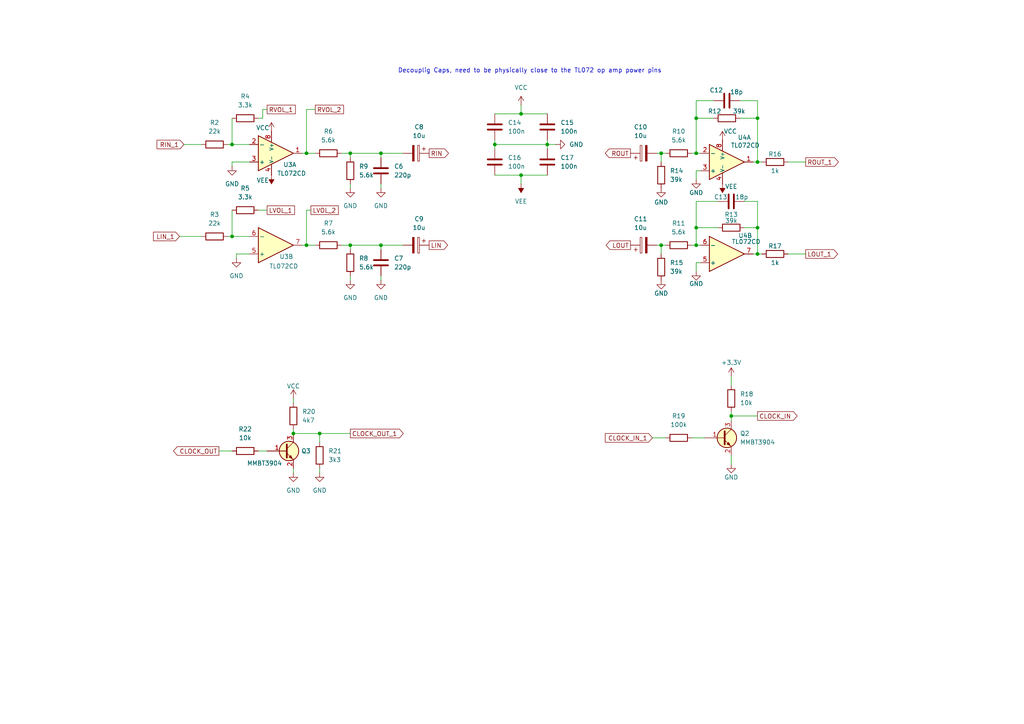
<source format=kicad_sch>
(kicad_sch (version 20231120) (generator "eeschema") (generator_version "8.0")
  (paper "A4")
  (title_block (title "Parrot - Analogue I/O") (company "Audio Morphology"))
  (lib_symbols
    (symbol "Amplifier_Operational_AKL:TL072CD" (pin_names (offset 0.2))
      (property "Reference" "U" (at 1.27 7.62 0))
      (property "Value" "TL072CD" (at 1.27 5.08 0))
      (symbol "TL072CD_0_1"
        (polyline (pts (xy -3.81 5.08) (xy -3.81 -5.08) (xy 6.35 0) (xy -3.81 5.08)) (stroke (width 0.254)) (fill (type background)))
      )
      (symbol "TL072CD_1_1"
        (pin output line (at 8.89 0 180) (length 2.54) (name "~") (number "1"))
        (pin input line (at -6.35 2.54 0) (length 2.54) (name "-") (number "2"))
        (pin input line (at -6.35 -2.54 0) (length 2.54) (name "+") (number "3"))
        (pin power_in line (at 0 -6.35 90) (length 3.18) (name "V-") (number "4"))
        (pin power_in line (at 0 6.35 270) (length 3.18) (name "V+") (number "8"))
      )
      (symbol "TL072CD_2_1"
        (pin input line (at -6.35 -2.54 0) (length 2.54) (name "+") (number "5"))
        (pin input line (at -6.35 2.54 0) (length 2.54) (name "-") (number "6"))
        (pin output line (at 8.89 0 180) (length 2.54) (name "~") (number "7"))
      )
    )
    (symbol "Capacitor_AKL:CP_SMD_D6.3mm_H5.8mm" (pin_numbers hide) (pin_names (offset 0.254))
      (property "Reference" "C" (at 0.635 2.54 0))
      (property "Value" "CP_SMD_D6.3mm_H5.8mm" (at 0.635 -2.54 0))
      (symbol "CP_SMD_D6.3mm_H5.8mm_0_1"
        (rectangle (start -2.286 0.508) (end 2.286 1.016))
        (polyline (pts (xy -1.778 2.286) (xy -0.762 2.286)))
        (polyline (pts (xy -1.27 2.794) (xy -1.27 1.778)))
        (rectangle (start 2.286 -0.508) (end -2.286 -1.016) (fill (type outline)))
      )
      (symbol "CP_SMD_D6.3mm_H5.8mm_1_1"
        (pin passive line (at 0 3.81 270) (length 2.794) (name "~") (number "1"))
        (pin passive line (at 0 -3.81 90) (length 2.794) (name "~") (number "2"))
      )
    )
    (symbol "Capacitor_AKL:C_0603" (pin_numbers hide) (pin_names (offset 0.254))
      (property "Reference" "C" (at 0.635 2.54 0))
      (property "Value" "C_0603" (at 0.635 -2.54 0))
      (symbol "C_0603_0_1"
        (polyline (pts (xy -2.032 -0.762) (xy 2.032 -0.762)) (stroke (width 0.508)))
        (polyline (pts (xy -2.032 0.762) (xy 2.032 0.762)) (stroke (width 0.508)))
      )
      (symbol "C_0603_1_1"
        (pin passive line (at 0 3.81 270) (length 2.794) (name "~") (number "1"))
        (pin passive line (at 0 -3.81 90) (length 2.794) (name "~") (number "2"))
      )
    )
    (symbol "Resistor_AKL:R_0603" (pin_numbers hide) (pin_names (offset 0))
      (property "Reference" "R" (at 2.54 1.27 0))
      (property "Value" "R_0603" (at 2.54 -1.27 0))
      (symbol "R_0603_0_1"
        (rectangle (start -1.016 -2.54) (end 1.016 2.54) (stroke (width 0.254)))
      )
      (symbol "R_0603_1_1"
        (pin passive line (at 0 3.81 270) (length 1.27) (name "~") (number "1"))
        (pin passive line (at 0 -3.81 90) (length 1.27) (name "~") (number "2"))
      )
    )
    (symbol "Transistor_BJT_AKL:MMBT3904" (pin_names hide)
      (property "Reference" "Q" (at 5.08 1.27 0))
      (property "Value" "MMBT3904" (at 5.08 -1.27 0))
      (symbol "MMBT3904_0_1"
        (polyline (pts (xy 0.635 0.635) (xy 2.54 2.54)))
        (polyline (pts (xy 0.635 -0.635) (xy 2.54 -2.54) (xy 2.54 -2.54)))
        (polyline (pts (xy 0.635 1.905) (xy 0.635 -1.905) (xy 0.635 -1.905)) (stroke (width 0.508)))
        (polyline (pts (xy 1.27 -1.778) (xy 1.778 -1.27) (xy 2.286 -2.286) (xy 1.27 -1.778) (xy 1.27 -1.778)) (fill (type outline)))
        (circle (center 1.27 0) (radius 2.8194) (stroke (width 0.254)) (fill (type background)))
      )
      (symbol "MMBT3904_1_1"
        (pin input line (at -5.08 0 0) (length 5.715) (name "B") (number "1"))
        (pin passive line (at 2.54 -5.08 90) (length 2.54) (name "E") (number "2"))
        (pin passive line (at 2.54 5.08 270) (length 2.54) (name "C") (number "3"))
      )
    )
    (symbol "power:+3.3V" (power) (pin_numbers hide) (pin_names (offset 0) hide)
      (property "Value" "+3.3V" (at 0 3.556 0))
      (symbol "+3.3V_0_1"
        (polyline (pts (xy -0.762 1.27) (xy 0 2.54)))
        (polyline (pts (xy 0 0) (xy 0 2.54)))
        (polyline (pts (xy 0 2.54) (xy 0.762 1.27)))
      )
      (symbol "+3.3V_1_1"
        (pin power_in line (at 0 0 90) (length 0) (name "~") (number "1"))
      )
    )
    (symbol "power:GND" (power) (pin_numbers hide) (pin_names (offset 0) hide)
      (property "Value" "GND" (at 0 -3.81 0))
      (symbol "GND_0_1"
        (polyline (pts (xy 0 0) (xy 0 -1.27) (xy 1.27 -1.27) (xy 0 -2.54) (xy -1.27 -1.27) (xy 0 -1.27)))
      )
      (symbol "GND_1_1"
        (pin power_in line (at 0 0 270) (length 0) (name "~") (number "1"))
      )
    )
    (symbol "power:VCC" (power) (pin_numbers hide) (pin_names (offset 0) hide)
      (property "Value" "VCC" (at 0 3.556 0))
      (symbol "VCC_0_1"
        (polyline (pts (xy -0.762 1.27) (xy 0 2.54)))
        (polyline (pts (xy 0 0) (xy 0 2.54)))
        (polyline (pts (xy 0 2.54) (xy 0.762 1.27)))
      )
      (symbol "VCC_1_1"
        (pin power_in line (at 0 0 90) (length 0) (name "~") (number "1"))
      )
    )
    (symbol "power:VEE" (power) (pin_numbers hide) (pin_names (offset 0) hide)
      (property "Value" "VEE" (at 0 3.556 0))
      (symbol "VEE_0_1"
        (polyline (pts (xy 0 0) (xy 0 2.54)))
        (polyline (pts (xy 0.762 1.27) (xy -0.762 1.27) (xy 0 2.54) (xy 0.762 1.27)) (fill (type outline)))
      )
      (symbol "VEE_1_1"
        (pin power_in line (at 0 0 90) (length 0) (name "~") (number "1"))
      )
    )
  )
  (junction (at 219.71 46.99))
  (junction (at 219.71 66.04))
  (junction (at 219.71 73.66))
  (junction (at 110.49 44.45))
  (junction (at 101.6 44.45))
  (junction (at 67.31 68.58))
  (junction (at 143.51 41.91))
  (junction (at 212.09 120.65))
  (junction (at 88.9 44.45))
  (junction (at 158.75 41.91))
  (junction (at 151.13 33.02))
  (junction (at 101.6 71.12))
  (junction (at 110.49 71.12))
  (junction (at 201.93 71.12))
  (junction (at 92.71 125.73))
  (junction (at 85.09 125.73))
  (junction (at 191.77 44.45))
  (junction (at 201.93 44.45))
  (junction (at 201.93 66.04))
  (junction (at 151.13 50.8))
  (junction (at 88.9 71.12))
  (junction (at 191.77 71.12))
  (junction (at 219.71 34.29))
  (junction (at 201.93 34.29))
  (junction (at 67.31 41.91))
  (wire (pts (xy 53.34 41.91) (xy 58.42 41.91)))
  (wire (pts (xy 68.58 73.66) (xy 72.39 73.66)))
  (wire (pts (xy 74.93 34.29) (xy 76.2 34.29)))
  (wire (pts (xy 76.2 34.29) (xy 76.2 31.75)))
  (wire (pts (xy 207.01 34.29) (xy 201.93 34.29)))
  (wire (pts (xy 201.93 66.04) (xy 201.93 71.12)))
  (wire (pts (xy 87.63 71.12) (xy 88.9 71.12)))
  (wire (pts (xy 68.58 74.93) (xy 68.58 73.66)))
  (wire (pts (xy 215.9 58.42) (xy 219.71 58.42)))
  (wire (pts (xy 158.75 41.91) (xy 161.29 41.91)))
  (wire (pts (xy 88.9 60.96) (xy 90.17 60.96)))
  (wire (pts (xy 67.31 60.96) (xy 67.31 68.58)))
  (wire (pts (xy 143.51 41.91) (xy 158.75 41.91)))
  (wire (pts (xy 67.31 41.91) (xy 72.39 41.91)))
  (wire (pts (xy 158.75 41.91) (xy 158.75 43.18)))
  (wire (pts (xy 208.28 66.04) (xy 201.93 66.04)))
  (wire (pts (xy 212.09 109.22) (xy 212.09 111.76)))
  (wire (pts (xy 101.6 53.34) (xy 101.6 54.61)))
  (wire (pts (xy 88.9 44.45) (xy 91.44 44.45)))
  (wire (pts (xy 101.6 71.12) (xy 101.6 72.39)))
  (wire (pts (xy 212.09 120.65) (xy 219.71 120.65)))
  (wire (pts (xy 143.51 41.91) (xy 143.51 43.18)))
  (wire (pts (xy 158.75 40.64) (xy 158.75 41.91)))
  (wire (pts (xy 88.9 71.12) (xy 88.9 60.96)))
  (wire (pts (xy 67.31 46.99) (xy 72.39 46.99)))
  (wire (pts (xy 189.23 127) (xy 193.04 127)))
  (wire (pts (xy 212.09 132.08) (xy 212.09 134.62)))
  (wire (pts (xy 219.71 66.04) (xy 219.71 73.66)))
  (wire (pts (xy 191.77 44.45) (xy 193.04 44.45)))
  (wire (pts (xy 191.77 44.45) (xy 191.77 46.99)))
  (wire (pts (xy 190.5 71.12) (xy 191.77 71.12)))
  (wire (pts (xy 74.93 130.81) (xy 77.47 130.81)))
  (wire (pts (xy 101.6 71.12) (xy 110.49 71.12)))
  (wire (pts (xy 215.9 66.04) (xy 219.71 66.04)))
  (wire (pts (xy 212.09 119.38) (xy 212.09 120.65)))
  (wire (pts (xy 99.06 71.12) (xy 101.6 71.12)))
  (wire (pts (xy 76.2 31.75) (xy 77.47 31.75)))
  (wire (pts (xy 110.49 44.45) (xy 116.84 44.45)))
  (wire (pts (xy 219.71 73.66) (xy 220.98 73.66)))
  (wire (pts (xy 201.93 71.12) (xy 203.2 71.12)))
  (wire (pts (xy 143.51 33.02) (xy 151.13 33.02)))
  (wire (pts (xy 200.66 127) (xy 204.47 127)))
  (wire (pts (xy 151.13 33.02) (xy 158.75 33.02)))
  (wire (pts (xy 92.71 125.73) (xy 101.6 125.73)))
  (wire (pts (xy 200.66 71.12) (xy 201.93 71.12)))
  (wire (pts (xy 74.93 60.96) (xy 77.47 60.96)))
  (wire (pts (xy 66.04 41.91) (xy 67.31 41.91)))
  (wire (pts (xy 101.6 44.45) (xy 101.6 45.72)))
  (wire (pts (xy 143.51 50.8) (xy 151.13 50.8)))
  (wire (pts (xy 110.49 44.45) (xy 110.49 45.72)))
  (wire (pts (xy 201.93 44.45) (xy 203.2 44.45)))
  (wire (pts (xy 151.13 50.8) (xy 151.13 53.34)))
  (wire (pts (xy 201.93 34.29) (xy 201.93 44.45)))
  (wire (pts (xy 101.6 44.45) (xy 110.49 44.45)))
  (wire (pts (xy 201.93 58.42) (xy 201.93 66.04)))
  (wire (pts (xy 85.09 124.46) (xy 85.09 125.73)))
  (wire (pts (xy 219.71 46.99) (xy 220.98 46.99)))
  (wire (pts (xy 190.5 44.45) (xy 191.77 44.45)))
  (wire (pts (xy 219.71 29.21) (xy 219.71 34.29)))
  (wire (pts (xy 85.09 125.73) (xy 92.71 125.73)))
  (wire (pts (xy 88.9 71.12) (xy 91.44 71.12)))
  (wire (pts (xy 203.2 49.53) (xy 201.93 49.53)))
  (wire (pts (xy 66.04 68.58) (xy 67.31 68.58)))
  (wire (pts (xy 67.31 34.29) (xy 67.31 41.91)))
  (wire (pts (xy 200.66 44.45) (xy 201.93 44.45)))
  (wire (pts (xy 110.49 53.34) (xy 110.49 54.61)))
  (wire (pts (xy 110.49 71.12) (xy 116.84 71.12)))
  (wire (pts (xy 88.9 31.75) (xy 91.44 31.75)))
  (wire (pts (xy 63.5 130.81) (xy 67.31 130.81)))
  (wire (pts (xy 218.44 46.99) (xy 219.71 46.99)))
  (wire (pts (xy 219.71 34.29) (xy 219.71 46.99)))
  (wire (pts (xy 101.6 80.01) (xy 101.6 81.28)))
  (wire (pts (xy 219.71 58.42) (xy 219.71 66.04)))
  (wire (pts (xy 203.2 76.2) (xy 201.93 76.2)))
  (wire (pts (xy 99.06 44.45) (xy 101.6 44.45)))
  (wire (pts (xy 143.51 40.64) (xy 143.51 41.91)))
  (wire (pts (xy 67.31 48.26) (xy 67.31 46.99)))
  (wire (pts (xy 208.28 58.42) (xy 201.93 58.42)))
  (wire (pts (xy 88.9 44.45) (xy 88.9 31.75)))
  (wire (pts (xy 85.09 135.89) (xy 85.09 137.16)))
  (wire (pts (xy 212.09 120.65) (xy 212.09 121.92)))
  (wire (pts (xy 85.09 115.57) (xy 85.09 116.84)))
  (wire (pts (xy 201.93 29.21) (xy 201.93 34.29)))
  (wire (pts (xy 67.31 68.58) (xy 72.39 68.58)))
  (wire (pts (xy 207.01 29.21) (xy 201.93 29.21)))
  (wire (pts (xy 151.13 30.48) (xy 151.13 33.02)))
  (wire (pts (xy 228.6 73.66) (xy 233.68 73.66)))
  (wire (pts (xy 92.71 125.73) (xy 92.71 128.27)))
  (wire (pts (xy 87.63 44.45) (xy 88.9 44.45)))
  (wire (pts (xy 214.63 29.21) (xy 219.71 29.21)))
  (wire (pts (xy 110.49 80.01) (xy 110.49 81.28)))
  (wire (pts (xy 218.44 73.66) (xy 219.71 73.66)))
  (wire (pts (xy 151.13 50.8) (xy 158.75 50.8)))
  (wire (pts (xy 52.07 68.58) (xy 58.42 68.58)))
  (wire (pts (xy 214.63 34.29) (xy 219.71 34.29)))
  (wire (pts (xy 228.6 46.99) (xy 233.68 46.99)))
  (wire (pts (xy 201.93 76.2) (xy 201.93 78.74)))
  (wire (pts (xy 110.49 71.12) (xy 110.49 72.39)))
  (wire (pts (xy 92.71 135.89) (xy 92.71 137.16)))
  (wire (pts (xy 191.77 71.12) (xy 193.04 71.12)))
  (wire (pts (xy 191.77 71.12) (xy 191.77 73.66)))
  (wire (pts (xy 201.93 49.53) (xy 201.93 52.07)))
  (text "Decouplig Caps, need to be physically close to the TL072 op amp power pins" (at 153.67 20.574 0) (effects (font (size 1.27 1.27))))
  (global_label "LOUT" (shape output) (at 182.88 71.12 180) (property "Intersheetrefs" "${INTERSHEET_REFS}" (effects (hide yes))))
  (global_label "LVOL_2" (shape passive) (at 90.17 60.96 0) (property "Intersheetrefs" "${INTERSHEET_REFS}" (effects (hide yes))))
  (global_label "CLOCK_IN_1" (shape input) (at 189.23 127 180) (property "Intersheetrefs" "${INTERSHEET_REFS}" (effects (hide yes))))
  (global_label "ROUT_1" (shape output) (at 233.68 46.99 0) (property "Intersheetrefs" "${INTERSHEET_REFS}" (effects (hide yes))))
  (global_label "CLOCK_OUT" (shape output) (at 63.5 130.81 180) (property "Intersheetrefs" "${INTERSHEET_REFS}" (effects (hide yes))))
  (global_label "RVOL_2" (shape passive) (at 91.44 31.75 0) (property "Intersheetrefs" "${INTERSHEET_REFS}" (effects (hide yes))))
  (global_label "CLOCK_IN" (shape output) (at 219.71 120.65 0) (property "Intersheetrefs" "${INTERSHEET_REFS}" (effects (hide yes))))
  (global_label "LVOL_1" (shape passive) (at 77.47 60.96 0) (property "Intersheetrefs" "${INTERSHEET_REFS}" (effects (hide yes))))
  (global_label "CLOCK_OUT_1" (shape output) (at 101.6 125.73 0) (property "Intersheetrefs" "${INTERSHEET_REFS}" (effects (hide yes))))
  (global_label "LIN" (shape output) (at 124.46 71.12 0) (property "Intersheetrefs" "${INTERSHEET_REFS}" (effects (hide yes))))
  (global_label "RIN" (shape output) (at 124.46 44.45 0) (property "Intersheetrefs" "${INTERSHEET_REFS}" (effects (hide yes))))
  (global_label "LIN_1" (shape input) (at 52.07 68.58 180) (property "Intersheetrefs" "${INTERSHEET_REFS}" (effects (hide yes))))
  (global_label "ROUT" (shape output) (at 182.88 44.45 180) (property "Intersheetrefs" "${INTERSHEET_REFS}" (effects (hide yes))))
  (global_label "RIN_1" (shape input) (at 53.34 41.91 180) (property "Intersheetrefs" "${INTERSHEET_REFS}" (effects (hide yes))))
  (global_label "LOUT_1" (shape output) (at 233.68 73.66 0) (property "Intersheetrefs" "${INTERSHEET_REFS}" (effects (hide yes))))
  (global_label "RVOL_1" (shape passive) (at 77.47 31.75 0) (property "Intersheetrefs" "${INTERSHEET_REFS}" (effects (hide yes))))
  (symbol (lib_id "power:VCC") (at 85.09 115.57 0) (unit 1)
    (property "Reference" "#PWR041" (effects (hide yes)))
    (property "Value" "VCC" (at 85.09 112.014 0))
    (property "Description" "Power symbol creates a global label with name \"VCC\"" (effects (hide yes)))
  )
  (symbol (lib_id "power:+3.3V") (at 212.09 109.22 0) (unit 1)
    (property "Reference" "#PWR038" (effects (hide yes)))
    (property "Value" "+3.3V" (at 212.09 105.156 0))
    (property "Description" "Power symbol creates a global label with name \"+3.3V\"" (effects (hide yes)))
  )
  (symbol (lib_id "Resistor_AKL:R_0603") (at 101.6 76.2 180) (unit 1)
    (property "Reference" "R8" (at 104.14 74.9299 0) (effects (justify right)))
    (property "Value" "5.6k" (at 104.14 77.4699 0) (effects (justify right)))
    (property "Footprint" "Resistor_SMD_AKL:R_0603_1608Metric_Pad1.05x0.95mm_HandSolder" (effects (hide yes)))
    (property "Description" "SMD 0603 Chip Resistor, European Symbol, Alternate KiCad Library" (effects (hide yes)))
  )
  (symbol (lib_id "power:GND") (at 101.6 54.61 0) (unit 1)
    (property "Reference" "#PWR015" (effects (hide yes)))
    (property "Value" "GND" (at 101.6 59.69 0))
    (property "Description" "Power symbol creates a global label with name \"GND\" , ground" (effects (hide yes)))
  )
  (symbol (lib_id "Resistor_AKL:R_0603") (at 224.79 46.99 90) (unit 1)
    (property "Reference" "R16" (at 224.79 44.704 90))
    (property "Value" "1k" (at 224.79 49.53 90))
    (property "Footprint" "Resistor_SMD_AKL:R_0603_1608Metric_Pad1.05x0.95mm_HandSolder" (effects (hide yes)))
    (property "Description" "SMD 0603 Chip Resistor, European Symbol, Alternate KiCad Library" (effects (hide yes)))
  )
  (symbol (lib_id "power:VCC") (at 151.13 30.48 0) (unit 1)
    (property "Reference" "#PWR029" (effects (hide yes)))
    (property "Value" "VCC" (at 151.13 25.4 0))
    (property "Description" "Power symbol creates a global label with name \"VCC\"" (effects (hide yes)))
  )
  (symbol (lib_id "Capacitor_AKL:C_0603") (at 158.75 36.83 0) (unit 1)
    (property "Reference" "C15" (at 162.56 35.5599 0) (effects (justify left)))
    (property "Value" "100n" (at 162.56 38.0999 0) (effects (justify left)))
    (property "Footprint" "Capacitor_SMD_AKL:C_0603_1608Metric" (effects (hide yes)))
    (property "Description" "SMD 0603 MLCC capacitor, Alternate KiCad Library" (effects (hide yes)))
  )
  (symbol (lib_id "Capacitor_AKL:CP_SMD_D6.3mm_H5.8mm") (at 186.69 44.45 90) (unit 1)
    (property "Reference" "C10" (at 185.801 36.83 90))
    (property "Value" "10u" (at 185.801 39.37 90))
    (property "Footprint" "Capacitor_SMD_AKL:CP_Elec_6.3x5.8" (effects (hide yes)))
    (property "Description" "SMD Electrolytic Capacitor, 6.3mm Diameter, 5.8mm Height, European Symbol, Alternate KiCad Library" (effects (hide yes)))
  )
  (symbol (lib_id "Resistor_AKL:R_0603") (at 71.12 130.81 270) (unit 1)
    (property "Reference" "R22" (at 71.12 124.46 90))
    (property "Value" "10k" (at 71.12 127 90))
    (property "Footprint" "Resistor_SMD_AKL:R_0603_1608Metric_Pad1.05x0.95mm_HandSolder" (effects (hide yes)))
    (property "Description" "SMD 0603 Chip Resistor, European Symbol, Alternate KiCad Library" (effects (hide yes)))
  )
  (symbol (lib_id "Resistor_AKL:R_0603") (at 212.09 115.57 180) (unit 1)
    (property "Reference" "R18" (at 214.63 114.2999 0) (effects (justify right)))
    (property "Value" "10k" (at 214.63 116.8399 0) (effects (justify right)))
    (property "Footprint" "Resistor_SMD_AKL:R_0603_1608Metric_Pad1.05x0.95mm_HandSolder" (effects (hide yes)))
    (property "Description" "SMD 0603 Chip Resistor, European Symbol, Alternate KiCad Library" (effects (hide yes)))
  )
  (symbol (lib_id "Capacitor_AKL:C_0603") (at 143.51 36.83 0) (unit 1)
    (property "Reference" "C14" (at 147.32 35.5599 0) (effects (justify left)))
    (property "Value" "100n" (at 147.32 38.0999 0) (effects (justify left)))
    (property "Footprint" "Capacitor_SMD_AKL:C_0603_1608Metric" (effects (hide yes)))
    (property "Description" "SMD 0603 MLCC capacitor, Alternate KiCad Library" (effects (hide yes)))
  )
  (symbol (lib_id "Resistor_AKL:R_0603") (at 212.09 66.04 90) (unit 1)
    (property "Reference" "R13" (at 212.09 62.23 90))
    (property "Value" "39k" (at 212.09 64.008 90))
    (property "Footprint" "Resistor_SMD_AKL:R_0603_1608Metric_Pad1.05x0.95mm_HandSolder" (effects (hide yes)))
    (property "Description" "SMD 0603 Chip Resistor, European Symbol, Alternate KiCad Library" (effects (hide yes)))
  )
  (symbol (lib_id "power:GND") (at 191.77 54.61 0) (unit 1)
    (property "Reference" "#PWR021" (effects (hide yes)))
    (property "Value" "GND" (at 191.77 58.674 0))
    (property "Description" "Power symbol creates a global label with name \"GND\" , ground" (effects (hide yes)))
  )
  (symbol (lib_id "Resistor_AKL:R_0603") (at 196.85 127 90) (unit 1)
    (property "Reference" "R19" (at 196.85 120.65 90))
    (property "Value" "100k" (at 196.85 123.19 90))
    (property "Footprint" "Resistor_SMD_AKL:R_0603_1608Metric_Pad1.05x0.95mm_HandSolder" (effects (hide yes)))
    (property "Description" "SMD 0603 Chip Resistor, European Symbol, Alternate KiCad Library" (effects (hide yes)))
  )
  (symbol (lib_id "power:GND") (at 212.09 134.62 0) (unit 1)
    (property "Reference" "#PWR039" (effects (hide yes)))
    (property "Value" "GND" (at 212.09 138.43 0))
    (property "Description" "Power symbol creates a global label with name \"GND\" , ground" (effects (hide yes)))
  )
  (symbol (lib_id "Resistor_AKL:R_0603") (at 101.6 49.53 180) (unit 1)
    (property "Reference" "R9" (at 104.14 48.2599 0) (effects (justify right)))
    (property "Value" "5.6k" (at 104.14 50.7999 0) (effects (justify right)))
    (property "Footprint" "Resistor_SMD_AKL:R_0603_1608Metric_Pad1.05x0.95mm_HandSolder" (effects (hide yes)))
    (property "Description" "SMD 0603 Chip Resistor, European Symbol, Alternate KiCad Library" (effects (hide yes)))
  )
  (symbol (lib_id "Resistor_AKL:R_0603") (at 71.12 60.96 90) (unit 1)
    (property "Reference" "R5" (at 71.12 54.61 90))
    (property "Value" "3.3k" (at 71.12 57.15 90))
    (property "Footprint" "Resistor_SMD_AKL:R_0603_1608Metric_Pad1.05x0.95mm_HandSolder" (effects (hide yes)))
    (property "Description" "SMD 0603 Chip Resistor, European Symbol, Alternate KiCad Library" (effects (hide yes)))
  )
  (symbol (lib_id "power:GND") (at 201.93 52.07 0) (unit 1)
    (property "Reference" "#PWR063" (effects (hide yes)))
    (property "Value" "GND" (at 201.93 55.88 0))
    (property "Description" "Power symbol creates a global label with name \"GND\" , ground" (effects (hide yes)))
  )
  (symbol (lib_id "power:GND") (at 68.58 74.93 0) (unit 1)
    (property "Reference" "#PWR014" (effects (hide yes)))
    (property "Value" "GND" (at 68.58 80.01 0))
    (property "Description" "Power symbol creates a global label with name \"GND\" , ground" (effects (hide yes)))
  )
  (symbol (lib_id "Capacitor_AKL:C_0603") (at 158.75 46.99 0) (unit 1)
    (property "Reference" "C17" (at 162.56 45.7199 0) (effects (justify left)))
    (property "Value" "100n" (at 162.56 48.2599 0) (effects (justify left)))
    (property "Footprint" "Capacitor_SMD_AKL:C_0603_1608Metric" (effects (hide yes)))
    (property "Description" "SMD 0603 MLCC capacitor, Alternate KiCad Library" (effects (hide yes)))
  )
  (symbol (lib_id "power:VEE") (at 78.74 50.8 180) (unit 1)
    (property "Reference" "#PWR028" (effects (hide yes)))
    (property "Value" "VEE" (at 76.2 52.324 0))
    (property "Description" "Power symbol creates a global label with name \"VEE\"" (effects (hide yes)))
  )
  (symbol (lib_id "Resistor_AKL:R_0603") (at 71.12 34.29 90) (unit 1)
    (property "Reference" "R4" (at 71.12 27.94 90))
    (property "Value" "3.3k" (at 71.12 30.48 90))
    (property "Footprint" "Resistor_SMD_AKL:R_0603_1608Metric_Pad1.05x0.95mm_HandSolder" (effects (hide yes)))
    (property "Description" "SMD 0603 Chip Resistor, European Symbol, Alternate KiCad Library" (effects (hide yes)))
  )
  (symbol (lib_id "Amplifier_Operational_AKL:TL072CD") (at 209.55 73.66 0) (unit 2)
    (property "Reference" "U4" (at 216.154 68.326 0))
    (property "Value" "TL072CD" (at 216.408 70.104 0))
    (property "Footprint" "Package_SO_AKL:SO-8_3.9x4.9mm_P1.27mm" (effects (hide yes)))
    (property "Datasheet" "https://www.ti.com/lit/ds/symlink/tl072h.pdf?ts=1635057479364" (effects (hide yes)))
    (property "Description" "SO-8 Dual JFET Low Noise Operational Amplifier, 10mV Offset, 8nV/√Hz Noise, 1MHz GBW, Alternate KiCAD Library" (effects (hide yes)))
  )
  (symbol (lib_id "Capacitor_AKL:CP_SMD_D6.3mm_H5.8mm") (at 120.65 71.12 270) (unit 1)
    (property "Reference" "C9" (at 121.539 63.5 90))
    (property "Value" "10u" (at 121.539 66.04 90))
    (property "Footprint" "Capacitor_SMD_AKL:CP_Elec_6.3x5.8" (effects (hide yes)))
    (property "Description" "SMD Electrolytic Capacitor, 6.3mm Diameter, 5.8mm Height, European Symbol, Alternate KiCad Library" (effects (hide yes)))
  )
  (symbol (lib_id "Capacitor_AKL:CP_SMD_D6.3mm_H5.8mm") (at 120.65 44.45 270) (unit 1)
    (property "Reference" "C8" (at 121.539 36.83 90))
    (property "Value" "10u" (at 121.539 39.37 90))
    (property "Footprint" "Capacitor_SMD_AKL:CP_Elec_6.3x5.8" (effects (hide yes)))
    (property "Description" "SMD Electrolytic Capacitor, 6.3mm Diameter, 5.8mm Height, European Symbol, Alternate KiCad Library" (effects (hide yes)))
  )
  (symbol (lib_id "power:GND") (at 67.31 48.26 0) (unit 1)
    (property "Reference" "#PWR013" (effects (hide yes)))
    (property "Value" "GND" (at 67.31 53.34 0))
    (property "Description" "Power symbol creates a global label with name \"GND\" , ground" (effects (hide yes)))
  )
  (symbol (lib_id "power:GND") (at 110.49 81.28 0) (unit 1)
    (property "Reference" "#PWR018" (effects (hide yes)))
    (property "Value" "GND" (at 110.49 86.36 0))
    (property "Description" "Power symbol creates a global label with name \"GND\" , ground" (effects (hide yes)))
  )
  (symbol (lib_id "Resistor_AKL:R_0603") (at 95.25 44.45 90) (unit 1)
    (property "Reference" "R6" (at 95.25 38.1 90))
    (property "Value" "5.6k" (at 95.25 40.64 90))
    (property "Footprint" "Resistor_SMD_AKL:R_0603_1608Metric_Pad1.05x0.95mm_HandSolder" (effects (hide yes)))
    (property "Description" "SMD 0603 Chip Resistor, European Symbol, Alternate KiCad Library" (effects (hide yes)))
  )
  (symbol (lib_id "Amplifier_Operational_AKL:TL072CD") (at 78.74 44.45 0) (unit 1)
    (property "Reference" "U3" (at 84.074 47.752 0))
    (property "Value" "TL072CD" (at 84.582 50.292 0))
    (property "Footprint" "Package_SO_AKL:SO-8_3.9x4.9mm_P1.27mm" (effects (hide yes)))
    (property "Datasheet" "https://www.ti.com/lit/ds/symlink/tl072h.pdf?ts=1635057479364" (effects (hide yes)))
    (property "Description" "SO-8 Dual JFET Low Noise Operational Amplifier, 10mV Offset, 8nV/√Hz Noise, 1MHz GBW, Alternate KiCAD Library" (effects (hide yes)))
  )
  (symbol (lib_id "power:GND") (at 85.09 137.16 0) (unit 1)
    (property "Reference" "#PWR042" (effects (hide yes)))
    (property "Value" "GND" (at 85.09 142.24 0))
    (property "Description" "Power symbol creates a global label with name \"GND\" , ground" (effects (hide yes)))
  )
  (symbol (lib_id "power:VCC") (at 209.55 40.64 0) (unit 1)
    (property "Reference" "#PWR026" (effects (hide yes)))
    (property "Value" "VCC" (at 211.836 38.1 0))
    (property "Description" "Power symbol creates a global label with name \"VCC\"" (effects (hide yes)))
  )
  (symbol (lib_id "Resistor_AKL:R_0603") (at 95.25 71.12 90) (unit 1)
    (property "Reference" "R7" (at 95.25 64.77 90))
    (property "Value" "5.6k" (at 95.25 67.31 90))
    (property "Footprint" "Resistor_SMD_AKL:R_0603_1608Metric_Pad1.05x0.95mm_HandSolder" (effects (hide yes)))
    (property "Description" "SMD 0603 Chip Resistor, European Symbol, Alternate KiCad Library" (effects (hide yes)))
  )
  (symbol (lib_id "Capacitor_AKL:C_0603") (at 210.82 29.21 90) (unit 1)
    (property "Reference" "C12" (at 207.772 26.162 90))
    (property "Value" "18p" (at 213.614 26.67 90))
    (property "Footprint" "Capacitor_SMD_AKL:C_0603_1608Metric" (effects (hide yes)))
    (property "Description" "SMD 0603 MLCC capacitor, Alternate KiCad Library" (effects (hide yes)))
  )
  (symbol (lib_id "Resistor_AKL:R_0603") (at 196.85 44.45 90) (unit 1)
    (property "Reference" "R10" (at 196.85 38.1 90))
    (property "Value" "5.6k" (at 196.85 40.64 90))
    (property "Footprint" "Resistor_SMD_AKL:R_0603_1608Metric_Pad1.05x0.95mm_HandSolder" (effects (hide yes)))
    (property "Description" "SMD 0603 Chip Resistor, European Symbol, Alternate KiCad Library" (effects (hide yes)))
  )
  (symbol (lib_id "Capacitor_AKL:CP_SMD_D6.3mm_H5.8mm") (at 186.69 71.12 90) (unit 1)
    (property "Reference" "C11" (at 185.801 63.5 90))
    (property "Value" "10u" (at 185.801 66.04 90))
    (property "Footprint" "Capacitor_SMD_AKL:CP_Elec_6.3x5.8" (effects (hide yes)))
    (property "Description" "SMD Electrolytic Capacitor, 6.3mm Diameter, 5.8mm Height, European Symbol, Alternate KiCad Library" (effects (hide yes)))
  )
  (symbol (lib_id "Resistor_AKL:R_0603") (at 62.23 41.91 90) (unit 1)
    (property "Reference" "R2" (at 62.23 35.56 90))
    (property "Value" "22k" (at 62.23 38.1 90))
    (property "Footprint" "Resistor_SMD_AKL:R_0603_1608Metric_Pad1.05x0.95mm_HandSolder" (effects (hide yes)))
    (property "Description" "SMD 0603 Chip Resistor, European Symbol, Alternate KiCad Library" (effects (hide yes)))
  )
  (symbol (lib_id "power:GND") (at 161.29 41.91 90) (unit 1)
    (property "Reference" "#PWR031" (effects (hide yes)))
    (property "Value" "GND" (at 165.1 41.9099 90) (effects (justify right)))
    (property "Description" "Power symbol creates a global label with name \"GND\" , ground" (effects (hide yes)))
  )
  (symbol (lib_id "Transistor_BJT_AKL:MMBT3904") (at 209.55 127 0) (unit 1)
    (property "Reference" "Q2" (at 214.63 125.7299 0) (effects (justify left)))
    (property "Value" "MMBT3904" (at 214.63 128.2699 0) (effects (justify left)))
    (property "Footprint" "Package_TO_SOT_SMD_AKL:SOT-23" (effects (hide yes)))
    (property "Datasheet" "https://www.tme.eu/Document/12bff749841e3a356e683e9a8e7e4119/2N3904BU-DTE.pdf" (effects (hide yes)))
    (property "Description" "NPN SOT-23 transistor, 40V, 200mA, 350mW, Complementary to MMBT3906, Alternate KiCAD Library" (effects (hide yes)))
  )
  (symbol (lib_id "power:GND") (at 201.93 78.74 0) (unit 1)
    (property "Reference" "#PWR064" (effects (hide yes)))
    (property "Value" "GND" (at 201.93 82.296 0))
    (property "Description" "Power symbol creates a global label with name \"GND\" , ground" (effects (hide yes)))
  )
  (symbol (lib_id "Capacitor_AKL:C_0603") (at 110.49 76.2 0) (unit 1)
    (property "Reference" "C7" (at 114.3 74.9299 0) (effects (justify left)))
    (property "Value" "220p" (at 114.3 77.4699 0) (effects (justify left)))
    (property "Footprint" "Capacitor_SMD_AKL:C_0603_1608Metric" (effects (hide yes)))
    (property "Description" "SMD 0603 MLCC capacitor, Alternate KiCad Library" (effects (hide yes)))
  )
  (symbol (lib_id "Amplifier_Operational_AKL:TL072CD") (at 78.74 71.12 0) (unit 2)
    (property "Reference" "U3" (at 83.058 74.422 0))
    (property "Value" "TL072CD" (at 82.296 77.216 0))
    (property "Footprint" "Package_SO_AKL:SO-8_3.9x4.9mm_P1.27mm" (effects (hide yes)))
    (property "Datasheet" "https://www.ti.com/lit/ds/symlink/tl072h.pdf?ts=1635057479364" (effects (hide yes)))
    (property "Description" "SO-8 Dual JFET Low Noise Operational Amplifier, 10mV Offset, 8nV/√Hz Noise, 1MHz GBW, Alternate KiCAD Library" (effects (hide yes)))
  )
  (symbol (lib_id "Amplifier_Operational_AKL:TL072CD") (at 209.55 46.99 0) (unit 1)
    (property "Reference" "U4" (at 215.9 39.878 0))
    (property "Value" "TL072CD" (at 216.154 42.164 0))
    (property "Footprint" "Package_SO_AKL:SO-8_3.9x4.9mm_P1.27mm" (effects (hide yes)))
    (property "Datasheet" "https://www.ti.com/lit/ds/symlink/tl072h.pdf?ts=1635057479364" (effects (hide yes)))
    (property "Description" "SO-8 Dual JFET Low Noise Operational Amplifier, 10mV Offset, 8nV/√Hz Noise, 1MHz GBW, Alternate KiCAD Library" (effects (hide yes)))
  )
  (symbol (lib_id "power:GND") (at 191.77 81.28 0) (unit 1)
    (property "Reference" "#PWR022" (effects (hide yes)))
    (property "Value" "GND" (at 191.77 85.09 0))
    (property "Description" "Power symbol creates a global label with name \"GND\" , ground" (effects (hide yes)))
  )
  (symbol (lib_id "power:GND") (at 101.6 81.28 0) (unit 1)
    (property "Reference" "#PWR017" (effects (hide yes)))
    (property "Value" "GND" (at 101.6 86.36 0))
    (property "Description" "Power symbol creates a global label with name \"GND\" , ground" (effects (hide yes)))
  )
  (symbol (lib_id "Capacitor_AKL:C_0603") (at 143.51 46.99 0) (unit 1)
    (property "Reference" "C16" (at 147.32 45.7199 0) (effects (justify left)))
    (property "Value" "100n" (at 147.32 48.2599 0) (effects (justify left)))
    (property "Footprint" "Capacitor_SMD_AKL:C_0603_1608Metric" (effects (hide yes)))
    (property "Description" "SMD 0603 MLCC capacitor, Alternate KiCad Library" (effects (hide yes)))
  )
  (symbol (lib_id "power:GND") (at 92.71 137.16 0) (unit 1)
    (property "Reference" "#PWR043" (effects (hide yes)))
    (property "Value" "GND" (at 92.71 142.24 0))
    (property "Description" "Power symbol creates a global label with name \"GND\" , ground" (effects (hide yes)))
  )
  (symbol (lib_id "Resistor_AKL:R_0603") (at 224.79 73.66 90) (unit 1)
    (property "Reference" "R17" (at 224.79 71.374 90))
    (property "Value" "1k" (at 224.79 76.2 90))
    (property "Footprint" "Resistor_SMD_AKL:R_0603_1608Metric_Pad1.05x0.95mm_HandSolder" (effects (hide yes)))
    (property "Description" "SMD 0603 Chip Resistor, European Symbol, Alternate KiCad Library" (effects (hide yes)))
  )
  (symbol (lib_id "Resistor_AKL:R_0603") (at 191.77 77.47 180) (unit 1)
    (property "Reference" "R15" (at 194.31 76.1999 0) (effects (justify right)))
    (property "Value" "39k" (at 194.31 78.7399 0) (effects (justify right)))
    (property "Footprint" "Resistor_SMD_AKL:R_0603_1608Metric_Pad1.05x0.95mm_HandSolder" (effects (hide yes)))
    (property "Description" "SMD 0603 Chip Resistor, European Symbol, Alternate KiCad Library" (effects (hide yes)))
  )
  (symbol (lib_id "power:VEE") (at 209.55 53.34 180) (unit 1)
    (property "Reference" "#PWR027" (effects (hide yes)))
    (property "Value" "VEE" (at 212.09 54.102 0))
    (property "Description" "Power symbol creates a global label with name \"VEE\"" (effects (hide yes)))
  )
  (symbol (lib_id "power:VCC") (at 78.74 38.1 0) (unit 1)
    (property "Reference" "#PWR025" (effects (hide yes)))
    (property "Value" "VCC" (at 76.2 37.084 0))
    (property "Description" "Power symbol creates a global label with name \"VCC\"" (effects (hide yes)))
  )
  (symbol (lib_id "Resistor_AKL:R_0603") (at 85.09 120.65 180) (unit 1)
    (property "Reference" "R20" (at 87.63 119.3799 0) (effects (justify right)))
    (property "Value" "4k7" (at 87.63 121.9199 0) (effects (justify right)))
    (property "Footprint" "Resistor_SMD_AKL:R_0603_1608Metric_Pad1.05x0.95mm_HandSolder" (effects (hide yes)))
    (property "Description" "SMD 0603 Chip Resistor, European Symbol, Alternate KiCad Library" (effects (hide yes)))
  )
  (symbol (lib_id "Transistor_BJT_AKL:MMBT3904") (at 82.55 130.81 0) (unit 1)
    (property "Reference" "Q3" (at 87.376 130.81 0) (effects (justify left)))
    (property "Value" "MMBT3904" (at 71.628 134.366 0) (effects (justify left)))
    (property "Footprint" "Package_TO_SOT_SMD_AKL:SOT-23" (effects (hide yes)))
    (property "Datasheet" "https://www.tme.eu/Document/12bff749841e3a356e683e9a8e7e4119/2N3904BU-DTE.pdf" (effects (hide yes)))
    (property "Description" "NPN SOT-23 transistor, 40V, 200mA, 350mW, Complementary to MMBT3906, Alternate KiCAD Library" (effects (hide yes)))
  )
  (symbol (lib_id "power:VEE") (at 151.13 53.34 180) (unit 1)
    (property "Reference" "#PWR030" (effects (hide yes)))
    (property "Value" "VEE" (at 151.13 58.42 0))
    (property "Description" "Power symbol creates a global label with name \"VEE\"" (effects (hide yes)))
  )
  (symbol (lib_id "Resistor_AKL:R_0603") (at 191.77 50.8 180) (unit 1)
    (property "Reference" "R14" (at 194.31 49.5299 0) (effects (justify right)))
    (property "Value" "39k" (at 194.31 52.0699 0) (effects (justify right)))
    (property "Footprint" "Resistor_SMD_AKL:R_0603_1608Metric_Pad1.05x0.95mm_HandSolder" (effects (hide yes)))
    (property "Description" "SMD 0603 Chip Resistor, European Symbol, Alternate KiCad Library" (effects (hide yes)))
  )
  (symbol (lib_id "Capacitor_AKL:C_0603") (at 110.49 49.53 0) (unit 1)
    (property "Reference" "C6" (at 114.3 48.2599 0) (effects (justify left)))
    (property "Value" "220p" (at 114.3 50.7999 0) (effects (justify left)))
    (property "Footprint" "Capacitor_SMD_AKL:C_0603_1608Metric" (effects (hide yes)))
    (property "Description" "SMD 0603 MLCC capacitor, Alternate KiCad Library" (effects (hide yes)))
  )
  (symbol (lib_id "Resistor_AKL:R_0603") (at 62.23 68.58 90) (unit 1)
    (property "Reference" "R3" (at 62.23 62.23 90))
    (property "Value" "22k" (at 62.23 64.77 90))
    (property "Footprint" "Resistor_SMD_AKL:R_0603_1608Metric_Pad1.05x0.95mm_HandSolder" (effects (hide yes)))
    (property "Description" "SMD 0603 Chip Resistor, European Symbol, Alternate KiCad Library" (effects (hide yes)))
  )
  (symbol (lib_id "Resistor_AKL:R_0603") (at 92.71 132.08 180) (unit 1)
    (property "Reference" "R21" (at 95.25 130.8099 0) (effects (justify right)))
    (property "Value" "3k3" (at 95.25 133.3499 0) (effects (justify right)))
    (property "Footprint" "Resistor_SMD_AKL:R_0603_1608Metric_Pad1.05x0.95mm_HandSolder" (effects (hide yes)))
    (property "Description" "SMD 0603 Chip Resistor, European Symbol, Alternate KiCad Library" (effects (hide yes)))
  )
  (symbol (lib_id "power:GND") (at 110.49 54.61 0) (unit 1)
    (property "Reference" "#PWR016" (effects (hide yes)))
    (property "Value" "GND" (at 110.49 59.69 0))
    (property "Description" "Power symbol creates a global label with name \"GND\" , ground" (effects (hide yes)))
  )
  (symbol (lib_id "Resistor_AKL:R_0603") (at 196.85 71.12 90) (unit 1)
    (property "Reference" "R11" (at 196.85 64.77 90))
    (property "Value" "5.6k" (at 196.85 67.31 90))
    (property "Footprint" "Resistor_SMD_AKL:R_0603_1608Metric_Pad1.05x0.95mm_HandSolder" (effects (hide yes)))
    (property "Description" "SMD 0603 Chip Resistor, European Symbol, Alternate KiCad Library" (effects (hide yes)))
  )
  (symbol (lib_id "Capacitor_AKL:C_0603") (at 212.09 58.42 90) (unit 1)
    (property "Reference" "C13" (at 209.042 57.15 90))
    (property "Value" "18p" (at 215.138 57.15 90))
    (property "Footprint" "Capacitor_SMD_AKL:C_0603_1608Metric" (effects (hide yes)))
    (property "Description" "SMD 0603 MLCC capacitor, Alternate KiCad Library" (effects (hide yes)))
  )
  (symbol (lib_id "Resistor_AKL:R_0603") (at 210.82 34.29 90) (unit 1)
    (property "Reference" "R12" (at 207.264 32.258 90))
    (property "Value" "39k" (at 214.376 32.258 90))
    (property "Footprint" "Resistor_SMD_AKL:R_0603_1608Metric_Pad1.05x0.95mm_HandSolder" (effects (hide yes)))
    (property "Description" "SMD 0603 Chip Resistor, European Symbol, Alternate KiCad Library" (effects (hide yes)))
  )
)
</source>
